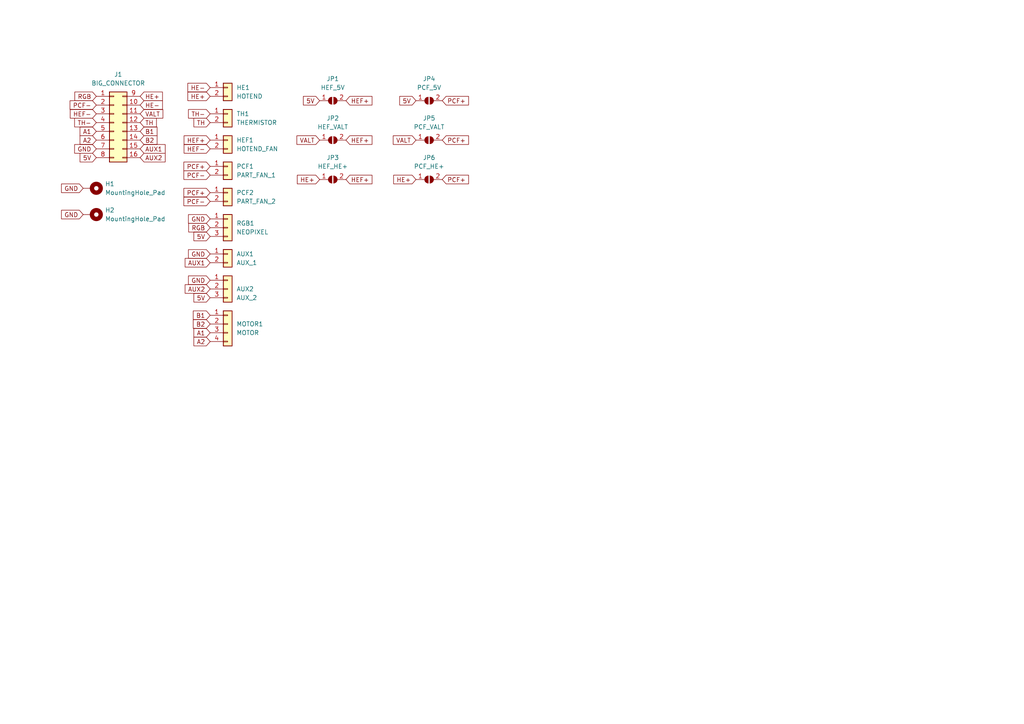
<source format=kicad_sch>
(kicad_sch (version 20211123) (generator eeschema)
  (paper "A4")
  (lib_symbols
    (symbol "Connector_Generic:Conn_01x02" (pin_names (offset 1.016) hide)
      (property "Reference" "J" (at 0 2.54 0))
      (property "Value" "Conn_01x02" (at 0 -5.08 0))
      (symbol "Conn_01x02_1_1"
        (rectangle (start -1.27 -2.413) (end 0 -2.667) (stroke (width 0.1524)))
        (rectangle (start -1.27 0.127) (end 0 -0.127) (stroke (width 0.1524)))
        (rectangle (start -1.27 1.27) (end 1.27 -3.81) (stroke (width 0.254)) (fill (type background)))
        (pin passive line (at -5.08 0 0) (length 3.81) (name "Pin_1") (number "1"))
        (pin passive line (at -5.08 -2.54 0) (length 3.81) (name "Pin_2") (number "2"))
      )
    )
    (symbol "Connector_Generic:Conn_01x03" (pin_names (offset 1.016) hide)
      (property "Reference" "J" (at 0 5.08 0))
      (property "Value" "Conn_01x03" (at 0 -5.08 0))
      (symbol "Conn_01x03_1_1"
        (rectangle (start -1.27 -2.413) (end 0 -2.667) (stroke (width 0.1524)))
        (rectangle (start -1.27 0.127) (end 0 -0.127) (stroke (width 0.1524)))
        (rectangle (start -1.27 2.667) (end 0 2.413) (stroke (width 0.1524)))
        (rectangle (start -1.27 3.81) (end 1.27 -3.81) (stroke (width 0.254)) (fill (type background)))
        (pin passive line (at -5.08 2.54 0) (length 3.81) (name "Pin_1") (number "1"))
        (pin passive line (at -5.08 0 0) (length 3.81) (name "Pin_2") (number "2"))
        (pin passive line (at -5.08 -2.54 0) (length 3.81) (name "Pin_3") (number "3"))
      )
    )
    (symbol "Connector_Generic:Conn_01x04" (pin_names (offset 1.016) hide)
      (property "Reference" "J" (at 0 5.08 0))
      (property "Value" "Conn_01x04" (at 0 -7.62 0))
      (symbol "Conn_01x04_1_1"
        (rectangle (start -1.27 -4.953) (end 0 -5.207) (stroke (width 0.1524)))
        (rectangle (start -1.27 -2.413) (end 0 -2.667) (stroke (width 0.1524)))
        (rectangle (start -1.27 0.127) (end 0 -0.127) (stroke (width 0.1524)))
        (rectangle (start -1.27 2.667) (end 0 2.413) (stroke (width 0.1524)))
        (rectangle (start -1.27 3.81) (end 1.27 -6.35) (stroke (width 0.254)) (fill (type background)))
        (pin passive line (at -5.08 2.54 0) (length 3.81) (name "Pin_1") (number "1"))
        (pin passive line (at -5.08 0 0) (length 3.81) (name "Pin_2") (number "2"))
        (pin passive line (at -5.08 -2.54 0) (length 3.81) (name "Pin_3") (number "3"))
        (pin passive line (at -5.08 -5.08 0) (length 3.81) (name "Pin_4") (number "4"))
      )
    )
    (symbol "Connector_Generic:Conn_02x08_Top_Bottom" (pin_names (offset 1.016) hide)
      (property "Reference" "J" (at 1.27 10.16 0))
      (property "Value" "Conn_02x08_Top_Bottom" (at 1.27 -12.7 0))
      (symbol "Conn_02x08_Top_Bottom_1_1"
        (rectangle (start -1.27 -10.033) (end 0 -10.287) (stroke (width 0.1524)))
        (rectangle (start -1.27 -7.493) (end 0 -7.747) (stroke (width 0.1524)))
        (rectangle (start -1.27 -4.953) (end 0 -5.207) (stroke (width 0.1524)))
        (rectangle (start -1.27 -2.413) (end 0 -2.667) (stroke (width 0.1524)))
        (rectangle (start -1.27 0.127) (end 0 -0.127) (stroke (width 0.1524)))
        (rectangle (start -1.27 2.667) (end 0 2.413) (stroke (width 0.1524)))
        (rectangle (start -1.27 5.207) (end 0 4.953) (stroke (width 0.1524)))
        (rectangle (start -1.27 7.747) (end 0 7.493) (stroke (width 0.1524)))
        (rectangle (start -1.27 8.89) (end 3.81 -11.43) (stroke (width 0.254)) (fill (type background)))
        (rectangle (start 3.81 -10.033) (end 2.54 -10.287) (stroke (width 0.1524)))
        (rectangle (start 3.81 -7.493) (end 2.54 -7.747) (stroke (width 0.1524)))
        (rectangle (start 3.81 -4.953) (end 2.54 -5.207) (stroke (width 0.1524)))
        (rectangle (start 3.81 -2.413) (end 2.54 -2.667) (stroke (width 0.1524)))
        (rectangle (start 3.81 0.127) (end 2.54 -0.127) (stroke (width 0.1524)))
        (rectangle (start 3.81 2.667) (end 2.54 2.413) (stroke (width 0.1524)))
        (rectangle (start 3.81 5.207) (end 2.54 4.953) (stroke (width 0.1524)))
        (rectangle (start 3.81 7.747) (end 2.54 7.493) (stroke (width 0.1524)))
        (pin passive line (at -5.08 7.62 0) (length 3.81) (name "Pin_1") (number "1"))
        (pin passive line (at 7.62 5.08 180) (length 3.81) (name "Pin_10") (number "10"))
        (pin passive line (at 7.62 2.54 180) (length 3.81) (name "Pin_11") (number "11"))
        (pin passive line (at 7.62 0 180) (length 3.81) (name "Pin_12") (number "12"))
        (pin passive line (at 7.62 -2.54 180) (length 3.81) (name "Pin_13") (number "13"))
        (pin passive line (at 7.62 -5.08 180) (length 3.81) (name "Pin_14") (number "14"))
        (pin passive line (at 7.62 -7.62 180) (length 3.81) (name "Pin_15") (number "15"))
        (pin passive line (at 7.62 -10.16 180) (length 3.81) (name "Pin_16") (number "16"))
        (pin passive line (at -5.08 5.08 0) (length 3.81) (name "Pin_2") (number "2"))
        (pin passive line (at -5.08 2.54 0) (length 3.81) (name "Pin_3") (number "3"))
        (pin passive line (at -5.08 0 0) (length 3.81) (name "Pin_4") (number "4"))
        (pin passive line (at -5.08 -2.54 0) (length 3.81) (name "Pin_5") (number "5"))
        (pin passive line (at -5.08 -5.08 0) (length 3.81) (name "Pin_6") (number "6"))
        (pin passive line (at -5.08 -7.62 0) (length 3.81) (name "Pin_7") (number "7"))
        (pin passive line (at -5.08 -10.16 0) (length 3.81) (name "Pin_8") (number "8"))
        (pin passive line (at 7.62 7.62 180) (length 3.81) (name "Pin_9") (number "9"))
      )
    )
    (symbol "Jumper:SolderJumper_2_Open" (pin_names (offset 0) hide)
      (property "Reference" "JP" (at 0 2.032 0))
      (property "Value" "SolderJumper_2_Open" (at 0 -2.54 0))
      (symbol "SolderJumper_2_Open_0_1"
        (arc (start -0.254 1.016) (mid -1.27 0) (end -0.254 -1.016))
        (arc (start -0.254 1.016) (mid -1.27 0) (end -0.254 -1.016) (fill (type outline)))
        (polyline (pts (xy -0.254 1.016) (xy -0.254 -1.016)))
        (polyline (pts (xy 0.254 1.016) (xy 0.254 -1.016)))
        (arc (start 0.254 -1.016) (mid 1.27 0) (end 0.254 1.016))
        (arc (start 0.254 -1.016) (mid 1.27 0) (end 0.254 1.016) (fill (type outline)))
      )
      (symbol "SolderJumper_2_Open_1_1"
        (pin passive line (at -3.81 0 0) (length 2.54) (name "A") (number "1"))
        (pin passive line (at 3.81 0 180) (length 2.54) (name "B") (number "2"))
      )
    )
    (symbol "Mechanical:MountingHole_Pad" (pin_numbers hide) (pin_names (offset 1.016) hide)
      (property "Reference" "H" (at 0 6.35 0))
      (property "Value" "MountingHole_Pad" (at 0 4.445 0))
      (symbol "MountingHole_Pad_0_1"
        (circle (center 0 1.27) (radius 1.27) (stroke (width 1.27)))
      )
      (symbol "MountingHole_Pad_1_1"
        (pin input line (at 0 -2.54 90) (length 2.54) (name "1") (number "1"))
      )
    )
  )
  (global_label "A2" (shape input) (at 60.96 99.06 180) (property "Intersheet References" "${INTERSHEET_REFS}" (effects hide)))
  (global_label "PCF-" (shape input) (at 60.96 58.42 180) (property "Intersheet References" "${INTERSHEET_REFS}" (effects hide)))
  (global_label "5V" (shape input) (at 60.96 86.36 180) (property "Intersheet References" "${INTERSHEET_REFS}" (effects hide)))
  (global_label "HEF-" (shape input) (at 60.96 43.18 180) (property "Intersheet References" "${INTERSHEET_REFS}" (effects hide)))
  (global_label "HEF+" (shape input) (at 60.96 40.64 180) (property "Intersheet References" "${INTERSHEET_REFS}" (effects hide)))
  (global_label "HEF-" (shape input) (at 27.94 33.02 180) (property "Intersheet References" "${INTERSHEET_REFS}" (effects hide)))
  (global_label "HE+" (shape input) (at 92.71 52.07 180) (property "Intersheet References" "${INTERSHEET_REFS}" (effects hide)))
  (global_label "HE+" (shape input) (at 120.65 52.07 180) (property "Intersheet References" "${INTERSHEET_REFS}" (effects hide)))
  (global_label "GND" (shape input) (at 60.96 63.5 180) (property "Intersheet References" "${INTERSHEET_REFS}" (effects hide)))
  (global_label "B1" (shape input) (at 40.64 38.1 0) (property "Intersheet References" "${INTERSHEET_REFS}" (effects hide)))
  (global_label "RGB" (shape input) (at 27.94 27.94 180) (property "Intersheet References" "${INTERSHEET_REFS}" (effects hide)))
  (global_label "AUX2" (shape input) (at 60.96 83.82 180) (property "Intersheet References" "${INTERSHEET_REFS}" (effects hide)))
  (global_label "VALT" (shape input) (at 40.64 33.02 0) (property "Intersheet References" "${INTERSHEET_REFS}" (effects hide)))
  (global_label "PCF-" (shape input) (at 60.96 50.8 180) (property "Intersheet References" "${INTERSHEET_REFS}" (effects hide)))
  (global_label "B2" (shape input) (at 40.64 40.64 0) (property "Intersheet References" "${INTERSHEET_REFS}" (effects hide)))
  (global_label "5V" (shape input) (at 92.71 29.21 180) (property "Intersheet References" "${INTERSHEET_REFS}" (effects hide)))
  (global_label "HEF+" (shape input) (at 100.33 29.21 0) (property "Intersheet References" "${INTERSHEET_REFS}" (effects hide)))
  (global_label "PCF+" (shape input) (at 60.96 55.88 180) (property "Intersheet References" "${INTERSHEET_REFS}" (effects hide)))
  (global_label "AUX1" (shape input) (at 60.96 76.2 180) (property "Intersheet References" "${INTERSHEET_REFS}" (effects hide)))
  (global_label "HE-" (shape input) (at 60.96 25.4 180) (property "Intersheet References" "${INTERSHEET_REFS}" (effects hide)))
  (global_label "B2" (shape input) (at 60.96 93.98 180) (property "Intersheet References" "${INTERSHEET_REFS}" (effects hide)))
  (global_label "GND" (shape input) (at 60.96 73.66 180) (property "Intersheet References" "${INTERSHEET_REFS}" (effects hide)))
  (global_label "RGB" (shape input) (at 60.96 66.04 180) (property "Intersheet References" "${INTERSHEET_REFS}" (effects hide)))
  (global_label "HE+" (shape input) (at 60.96 27.94 180) (property "Intersheet References" "${INTERSHEET_REFS}" (effects hide)))
  (global_label "A1" (shape input) (at 60.96 96.52 180) (property "Intersheet References" "${INTERSHEET_REFS}" (effects hide)))
  (global_label "GND" (shape input) (at 27.94 43.18 180) (property "Intersheet References" "${INTERSHEET_REFS}" (effects hide)))
  (global_label "TH" (shape input) (at 60.96 35.56 180) (property "Intersheet References" "${INTERSHEET_REFS}" (effects hide)))
  (global_label "GND" (shape input) (at 24.13 62.23 180) (property "Intersheet References" "${INTERSHEET_REFS}" (effects hide)))
  (global_label "PCF+" (shape input) (at 128.27 52.07 0) (property "Intersheet References" "${INTERSHEET_REFS}" (effects hide)))
  (global_label "GND" (shape input) (at 24.13 54.61 180) (property "Intersheet References" "${INTERSHEET_REFS}" (effects hide)))
  (global_label "TH" (shape input) (at 40.64 35.56 0) (property "Intersheet References" "${INTERSHEET_REFS}" (effects hide)))
  (global_label "HEF+" (shape input) (at 100.33 52.07 0) (property "Intersheet References" "${INTERSHEET_REFS}" (effects hide)))
  (global_label "B1" (shape input) (at 60.96 91.44 180) (property "Intersheet References" "${INTERSHEET_REFS}" (effects hide)))
  (global_label "VALT" (shape input) (at 120.65 40.64 180) (property "Intersheet References" "${INTERSHEET_REFS}" (effects hide)))
  (global_label "TH-" (shape input) (at 27.94 35.56 180) (property "Intersheet References" "${INTERSHEET_REFS}" (effects hide)))
  (global_label "VALT" (shape input) (at 92.71 40.64 180) (property "Intersheet References" "${INTERSHEET_REFS}" (effects hide)))
  (global_label "AUX2" (shape input) (at 40.64 45.72 0) (property "Intersheet References" "${INTERSHEET_REFS}" (effects hide)))
  (global_label "AUX1" (shape input) (at 40.64 43.18 0) (property "Intersheet References" "${INTERSHEET_REFS}" (effects hide)))
  (global_label "HE-" (shape input) (at 40.64 30.48 0) (property "Intersheet References" "${INTERSHEET_REFS}" (effects hide)))
  (global_label "GND" (shape input) (at 60.96 81.28 180) (property "Intersheet References" "${INTERSHEET_REFS}" (effects hide)))
  (global_label "5V" (shape input) (at 27.94 45.72 180) (property "Intersheet References" "${INTERSHEET_REFS}" (effects hide)))
  (global_label "A1" (shape input) (at 27.94 38.1 180) (property "Intersheet References" "${INTERSHEET_REFS}" (effects hide)))
  (global_label "TH-" (shape input) (at 60.96 33.02 180) (property "Intersheet References" "${INTERSHEET_REFS}" (effects hide)))
  (global_label "PCF+" (shape input) (at 128.27 40.64 0) (property "Intersheet References" "${INTERSHEET_REFS}" (effects hide)))
  (global_label "HEF+" (shape input) (at 100.33 40.64 0) (property "Intersheet References" "${INTERSHEET_REFS}" (effects hide)))
  (global_label "5V" (shape input) (at 120.65 29.21 180) (property "Intersheet References" "${INTERSHEET_REFS}" (effects hide)))
  (global_label "A2" (shape input) (at 27.94 40.64 180) (property "Intersheet References" "${INTERSHEET_REFS}" (effects hide)))
  (global_label "PCF+" (shape input) (at 128.27 29.21 0) (property "Intersheet References" "${INTERSHEET_REFS}" (effects hide)))
  (global_label "PCF+" (shape input) (at 60.96 48.26 180) (property "Intersheet References" "${INTERSHEET_REFS}" (effects hide)))
  (global_label "5V" (shape input) (at 60.96 68.58 180) (property "Intersheet References" "${INTERSHEET_REFS}" (effects hide)))
  (global_label "HE+" (shape input) (at 40.64 27.94 0) (property "Intersheet References" "${INTERSHEET_REFS}" (effects hide)))
  (global_label "PCF-" (shape input) (at 27.94 30.48 180) (property "Intersheet References" "${INTERSHEET_REFS}" (effects hide)))
  (symbol (lib_id "Connector_Generic:Conn_01x02") (at 66.04 40.64 0) (unit 1)
    (property "Reference" "HEF1" (at 68.58 40.6399 0) (effects (justify left)))
    (property "Value" "HOTEND_FAN" (at 68.58 43.1799 0) (effects (justify left)))
    (property "Footprint" "Connector_JST:JST_XH_B2B-XH-A_1x02_P2.50mm_Vertical" (effects hide))
  )
  (symbol (lib_id "Jumper:SolderJumper_2_Open") (at 96.52 52.07 0) (unit 1)
    (property "Reference" "JP3" (at 96.52 45.72 0))
    (property "Value" "HEF_HE+" (at 96.52 48.26 0))
    (property "Footprint" "Jumper:SolderJumper-2_P1.3mm_Open_TrianglePad1.0x1.5mm" (effects hide))
  )
  (symbol (lib_id "Connector_Generic:Conn_01x03") (at 66.04 83.82 0) (unit 1)
    (property "Reference" "AUX2" (at 68.58 83.8199 0) (effects (justify left)))
    (property "Value" "AUX_2" (at 68.58 86.3599 0) (effects (justify left)))
    (property "Footprint" "Connector_JST:JST_XH_B3B-XH-A_1x03_P2.50mm_Vertical" (effects hide))
  )
  (symbol (lib_id "Connector_Generic:Conn_01x02") (at 66.04 73.66 0) (unit 1)
    (property "Reference" "AUX1" (at 68.58 73.6599 0) (effects (justify left)))
    (property "Value" "AUX_1" (at 68.58 76.1999 0) (effects (justify left)))
    (property "Footprint" "Connector_JST:JST_XH_B2B-XH-A_1x02_P2.50mm_Vertical" (effects hide))
  )
  (symbol (lib_id "Connector_Generic:Conn_01x04") (at 66.04 93.98 0) (unit 1)
    (property "Reference" "MOTOR1" (at 68.58 93.9799 0) (effects (justify left)))
    (property "Value" "MOTOR" (at 68.58 96.5199 0) (effects (justify left)))
    (property "Footprint" "Connector_JST:JST_XH_B4B-XH-A_1x04_P2.50mm_Vertical" (effects hide))
  )
  (symbol (lib_id "Connector_Generic:Conn_01x02") (at 66.04 25.4 0) (unit 1)
    (property "Reference" "HE1" (at 68.58 25.3999 0) (effects (justify left)))
    (property "Value" "HOTEND" (at 68.58 27.9399 0) (effects (justify left)))
    (property "Footprint" "Connector_Molex:Molex_Micro-Fit_3.0_43650-0200_1x02_P3.00mm_Horizontal" (effects hide))
  )
  (symbol (lib_id "Mechanical:MountingHole_Pad") (at 26.67 62.23 270) (unit 1)
    (property "Reference" "H2" (at 30.48 60.9599 90) (effects (justify left)))
    (property "Value" "MountingHole_Pad" (at 30.48 63.4999 90) (effects (justify left)))
    (property "Footprint" "MountingHole:MountingHole_3.2mm_M3_Pad" (effects hide))
  )
  (symbol (lib_id "Connector_Generic:Conn_01x02") (at 66.04 33.02 0) (unit 1)
    (property "Reference" "TH1" (at 68.58 33.0199 0) (effects (justify left)))
    (property "Value" "THERMISTOR" (at 68.58 35.5599 0) (effects (justify left)))
    (property "Footprint" "Connector_Molex:Molex_Micro-Fit_3.0_43650-0200_1x02_P3.00mm_Horizontal" (effects hide))
  )
  (symbol (lib_id "Mechanical:MountingHole_Pad") (at 26.67 54.61 270) (unit 1)
    (property "Reference" "H1" (at 30.48 53.3399 90) (effects (justify left)))
    (property "Value" "MountingHole_Pad" (at 30.48 55.8799 90) (effects (justify left)))
    (property "Footprint" "MountingHole:MountingHole_3.2mm_M3_Pad" (effects hide))
  )
  (symbol (lib_id "Connector_Generic:Conn_02x08_Top_Bottom") (at 33.02 35.56 0) (unit 1)
    (property "Reference" "J1" (at 34.29 21.59 0))
    (property "Value" "BIG_CONNECTOR" (at 34.29 24.13 0))
    (property "Footprint" "Connector_Molex:Molex_Micro-Fit_3.0_43045-1600_2x08_P3.00mm_Horizontal" (effects hide))
  )
  (symbol (lib_id "Jumper:SolderJumper_2_Open") (at 124.46 29.21 0) (unit 1)
    (property "Reference" "JP4" (at 124.46 22.86 0))
    (property "Value" "PCF_5V" (at 124.46 25.4 0))
    (property "Footprint" "Jumper:SolderJumper-2_P1.3mm_Open_TrianglePad1.0x1.5mm" (effects hide))
  )
  (symbol (lib_id "Connector_Generic:Conn_01x03") (at 66.04 66.04 0) (unit 1)
    (property "Reference" "RGB1" (at 68.58 64.7699 0) (effects (justify left)))
    (property "Value" "NEOPIXEL" (at 68.58 67.3099 0) (effects (justify left)))
    (property "Footprint" "Connector_JST:JST_XH_B3B-XH-A_1x03_P2.50mm_Vertical" (effects hide))
  )
  (symbol (lib_id "Connector_Generic:Conn_01x02") (at 66.04 48.26 0) (unit 1)
    (property "Reference" "PCF1" (at 68.58 48.2599 0) (effects (justify left)))
    (property "Value" "PART_FAN_1" (at 68.58 50.7999 0) (effects (justify left)))
    (property "Footprint" "Connector_JST:JST_XH_B2B-XH-A_1x02_P2.50mm_Vertical" (effects hide))
  )
  (symbol (lib_id "Jumper:SolderJumper_2_Open") (at 96.52 29.21 0) (unit 1)
    (property "Reference" "JP1" (at 96.52 22.86 0))
    (property "Value" "HEF_5V" (at 96.52 25.4 0))
    (property "Footprint" "Jumper:SolderJumper-2_P1.3mm_Open_TrianglePad1.0x1.5mm" (effects hide))
  )
  (symbol (lib_id "Jumper:SolderJumper_2_Open") (at 124.46 40.64 0) (unit 1)
    (property "Reference" "JP5" (at 124.46 34.29 0))
    (property "Value" "PCF_VALT" (at 124.46 36.83 0))
    (property "Footprint" "Jumper:SolderJumper-2_P1.3mm_Open_TrianglePad1.0x1.5mm" (effects hide))
  )
  (symbol (lib_id "Jumper:SolderJumper_2_Open") (at 124.46 52.07 0) (unit 1)
    (property "Reference" "JP6" (at 124.46 45.72 0))
    (property "Value" "PCF_HE+" (at 124.46 48.26 0))
    (property "Footprint" "Jumper:SolderJumper-2_P1.3mm_Open_TrianglePad1.0x1.5mm" (effects hide))
  )
  (symbol (lib_id "Jumper:SolderJumper_2_Open") (at 96.52 40.64 0) (unit 1)
    (property "Reference" "JP2" (at 96.52 34.29 0))
    (property "Value" "HEF_VALT" (at 96.52 36.83 0))
    (property "Footprint" "Jumper:SolderJumper-2_P1.3mm_Open_TrianglePad1.0x1.5mm" (effects hide))
  )
  (symbol (lib_id "Connector_Generic:Conn_01x02") (at 66.04 55.88 0) (unit 1)
    (property "Reference" "PCF2" (at 68.58 55.8799 0) (effects (justify left)))
    (property "Value" "PART_FAN_2" (at 68.58 58.4199 0) (effects (justify left)))
    (property "Footprint" "Connector_JST:JST_XH_B2B-XH-A_1x02_P2.50mm_Vertical" (effects hide))
  )
)
</source>
